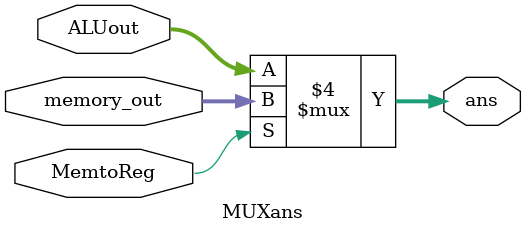
<source format=v>
module MUXans(ALUout, memory_out, MemtoReg, ans);

input [31:0] ALUout;
input [31:0] memory_out;
input MemtoReg;
output reg [31:0] ans;

always @ (ALUout, memory_out, MemtoReg)
begin
	if (MemtoReg == 1) begin
		ans <= memory_out;
	end
	else begin
		ans <= ALUout;
	end
end
endmodule
</source>
